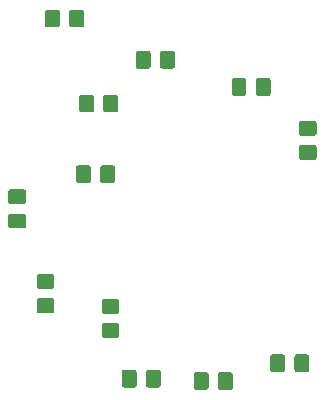
<source format=gts>
G04 #@! TF.GenerationSoftware,KiCad,Pcbnew,(5.1.5)-3*
G04 #@! TF.CreationDate,2020-05-11T16:08:06-04:00*
G04 #@! TF.ProjectId,charlieplex,63686172-6c69-4657-906c-65782e6b6963,rev?*
G04 #@! TF.SameCoordinates,Original*
G04 #@! TF.FileFunction,Soldermask,Top*
G04 #@! TF.FilePolarity,Negative*
%FSLAX46Y46*%
G04 Gerber Fmt 4.6, Leading zero omitted, Abs format (unit mm)*
G04 Created by KiCad (PCBNEW (5.1.5)-3) date 2020-05-11 16:08:06*
%MOMM*%
%LPD*%
G04 APERTURE LIST*
%ADD10C,0.100000*%
G04 APERTURE END LIST*
D10*
G36*
X194088674Y-126253465D02*
G01*
X194126367Y-126264899D01*
X194161103Y-126283466D01*
X194191548Y-126308452D01*
X194216534Y-126338897D01*
X194235101Y-126373633D01*
X194246535Y-126411326D01*
X194251000Y-126456661D01*
X194251000Y-127543339D01*
X194246535Y-127588674D01*
X194235101Y-127626367D01*
X194216534Y-127661103D01*
X194191548Y-127691548D01*
X194161103Y-127716534D01*
X194126367Y-127735101D01*
X194088674Y-127746535D01*
X194043339Y-127751000D01*
X193206661Y-127751000D01*
X193161326Y-127746535D01*
X193123633Y-127735101D01*
X193088897Y-127716534D01*
X193058452Y-127691548D01*
X193033466Y-127661103D01*
X193014899Y-127626367D01*
X193003465Y-127588674D01*
X192999000Y-127543339D01*
X192999000Y-126456661D01*
X193003465Y-126411326D01*
X193014899Y-126373633D01*
X193033466Y-126338897D01*
X193058452Y-126308452D01*
X193088897Y-126283466D01*
X193123633Y-126264899D01*
X193161326Y-126253465D01*
X193206661Y-126249000D01*
X194043339Y-126249000D01*
X194088674Y-126253465D01*
G37*
G36*
X192038674Y-126253465D02*
G01*
X192076367Y-126264899D01*
X192111103Y-126283466D01*
X192141548Y-126308452D01*
X192166534Y-126338897D01*
X192185101Y-126373633D01*
X192196535Y-126411326D01*
X192201000Y-126456661D01*
X192201000Y-127543339D01*
X192196535Y-127588674D01*
X192185101Y-127626367D01*
X192166534Y-127661103D01*
X192141548Y-127691548D01*
X192111103Y-127716534D01*
X192076367Y-127735101D01*
X192038674Y-127746535D01*
X191993339Y-127751000D01*
X191156661Y-127751000D01*
X191111326Y-127746535D01*
X191073633Y-127735101D01*
X191038897Y-127716534D01*
X191008452Y-127691548D01*
X190983466Y-127661103D01*
X190964899Y-127626367D01*
X190953465Y-127588674D01*
X190949000Y-127543339D01*
X190949000Y-126456661D01*
X190953465Y-126411326D01*
X190964899Y-126373633D01*
X190983466Y-126338897D01*
X191008452Y-126308452D01*
X191038897Y-126283466D01*
X191073633Y-126264899D01*
X191111326Y-126253465D01*
X191156661Y-126249000D01*
X191993339Y-126249000D01*
X192038674Y-126253465D01*
G37*
G36*
X187988674Y-126053465D02*
G01*
X188026367Y-126064899D01*
X188061103Y-126083466D01*
X188091548Y-126108452D01*
X188116534Y-126138897D01*
X188135101Y-126173633D01*
X188146535Y-126211326D01*
X188151000Y-126256661D01*
X188151000Y-127343339D01*
X188146535Y-127388674D01*
X188135101Y-127426367D01*
X188116534Y-127461103D01*
X188091548Y-127491548D01*
X188061103Y-127516534D01*
X188026367Y-127535101D01*
X187988674Y-127546535D01*
X187943339Y-127551000D01*
X187106661Y-127551000D01*
X187061326Y-127546535D01*
X187023633Y-127535101D01*
X186988897Y-127516534D01*
X186958452Y-127491548D01*
X186933466Y-127461103D01*
X186914899Y-127426367D01*
X186903465Y-127388674D01*
X186899000Y-127343339D01*
X186899000Y-126256661D01*
X186903465Y-126211326D01*
X186914899Y-126173633D01*
X186933466Y-126138897D01*
X186958452Y-126108452D01*
X186988897Y-126083466D01*
X187023633Y-126064899D01*
X187061326Y-126053465D01*
X187106661Y-126049000D01*
X187943339Y-126049000D01*
X187988674Y-126053465D01*
G37*
G36*
X185938674Y-126053465D02*
G01*
X185976367Y-126064899D01*
X186011103Y-126083466D01*
X186041548Y-126108452D01*
X186066534Y-126138897D01*
X186085101Y-126173633D01*
X186096535Y-126211326D01*
X186101000Y-126256661D01*
X186101000Y-127343339D01*
X186096535Y-127388674D01*
X186085101Y-127426367D01*
X186066534Y-127461103D01*
X186041548Y-127491548D01*
X186011103Y-127516534D01*
X185976367Y-127535101D01*
X185938674Y-127546535D01*
X185893339Y-127551000D01*
X185056661Y-127551000D01*
X185011326Y-127546535D01*
X184973633Y-127535101D01*
X184938897Y-127516534D01*
X184908452Y-127491548D01*
X184883466Y-127461103D01*
X184864899Y-127426367D01*
X184853465Y-127388674D01*
X184849000Y-127343339D01*
X184849000Y-126256661D01*
X184853465Y-126211326D01*
X184864899Y-126173633D01*
X184883466Y-126138897D01*
X184908452Y-126108452D01*
X184938897Y-126083466D01*
X184973633Y-126064899D01*
X185011326Y-126053465D01*
X185056661Y-126049000D01*
X185893339Y-126049000D01*
X185938674Y-126053465D01*
G37*
G36*
X198513674Y-124753465D02*
G01*
X198551367Y-124764899D01*
X198586103Y-124783466D01*
X198616548Y-124808452D01*
X198641534Y-124838897D01*
X198660101Y-124873633D01*
X198671535Y-124911326D01*
X198676000Y-124956661D01*
X198676000Y-126043339D01*
X198671535Y-126088674D01*
X198660101Y-126126367D01*
X198641534Y-126161103D01*
X198616548Y-126191548D01*
X198586103Y-126216534D01*
X198551367Y-126235101D01*
X198513674Y-126246535D01*
X198468339Y-126251000D01*
X197631661Y-126251000D01*
X197586326Y-126246535D01*
X197548633Y-126235101D01*
X197513897Y-126216534D01*
X197483452Y-126191548D01*
X197458466Y-126161103D01*
X197439899Y-126126367D01*
X197428465Y-126088674D01*
X197424000Y-126043339D01*
X197424000Y-124956661D01*
X197428465Y-124911326D01*
X197439899Y-124873633D01*
X197458466Y-124838897D01*
X197483452Y-124808452D01*
X197513897Y-124783466D01*
X197548633Y-124764899D01*
X197586326Y-124753465D01*
X197631661Y-124749000D01*
X198468339Y-124749000D01*
X198513674Y-124753465D01*
G37*
G36*
X200563674Y-124753465D02*
G01*
X200601367Y-124764899D01*
X200636103Y-124783466D01*
X200666548Y-124808452D01*
X200691534Y-124838897D01*
X200710101Y-124873633D01*
X200721535Y-124911326D01*
X200726000Y-124956661D01*
X200726000Y-126043339D01*
X200721535Y-126088674D01*
X200710101Y-126126367D01*
X200691534Y-126161103D01*
X200666548Y-126191548D01*
X200636103Y-126216534D01*
X200601367Y-126235101D01*
X200563674Y-126246535D01*
X200518339Y-126251000D01*
X199681661Y-126251000D01*
X199636326Y-126246535D01*
X199598633Y-126235101D01*
X199563897Y-126216534D01*
X199533452Y-126191548D01*
X199508466Y-126161103D01*
X199489899Y-126126367D01*
X199478465Y-126088674D01*
X199474000Y-126043339D01*
X199474000Y-124956661D01*
X199478465Y-124911326D01*
X199489899Y-124873633D01*
X199508466Y-124838897D01*
X199533452Y-124808452D01*
X199563897Y-124783466D01*
X199598633Y-124764899D01*
X199636326Y-124753465D01*
X199681661Y-124749000D01*
X200518339Y-124749000D01*
X200563674Y-124753465D01*
G37*
G36*
X184488674Y-122103465D02*
G01*
X184526367Y-122114899D01*
X184561103Y-122133466D01*
X184591548Y-122158452D01*
X184616534Y-122188897D01*
X184635101Y-122223633D01*
X184646535Y-122261326D01*
X184651000Y-122306661D01*
X184651000Y-123143339D01*
X184646535Y-123188674D01*
X184635101Y-123226367D01*
X184616534Y-123261103D01*
X184591548Y-123291548D01*
X184561103Y-123316534D01*
X184526367Y-123335101D01*
X184488674Y-123346535D01*
X184443339Y-123351000D01*
X183356661Y-123351000D01*
X183311326Y-123346535D01*
X183273633Y-123335101D01*
X183238897Y-123316534D01*
X183208452Y-123291548D01*
X183183466Y-123261103D01*
X183164899Y-123226367D01*
X183153465Y-123188674D01*
X183149000Y-123143339D01*
X183149000Y-122306661D01*
X183153465Y-122261326D01*
X183164899Y-122223633D01*
X183183466Y-122188897D01*
X183208452Y-122158452D01*
X183238897Y-122133466D01*
X183273633Y-122114899D01*
X183311326Y-122103465D01*
X183356661Y-122099000D01*
X184443339Y-122099000D01*
X184488674Y-122103465D01*
G37*
G36*
X184488674Y-120053465D02*
G01*
X184526367Y-120064899D01*
X184561103Y-120083466D01*
X184591548Y-120108452D01*
X184616534Y-120138897D01*
X184635101Y-120173633D01*
X184646535Y-120211326D01*
X184651000Y-120256661D01*
X184651000Y-121093339D01*
X184646535Y-121138674D01*
X184635101Y-121176367D01*
X184616534Y-121211103D01*
X184591548Y-121241548D01*
X184561103Y-121266534D01*
X184526367Y-121285101D01*
X184488674Y-121296535D01*
X184443339Y-121301000D01*
X183356661Y-121301000D01*
X183311326Y-121296535D01*
X183273633Y-121285101D01*
X183238897Y-121266534D01*
X183208452Y-121241548D01*
X183183466Y-121211103D01*
X183164899Y-121176367D01*
X183153465Y-121138674D01*
X183149000Y-121093339D01*
X183149000Y-120256661D01*
X183153465Y-120211326D01*
X183164899Y-120173633D01*
X183183466Y-120138897D01*
X183208452Y-120108452D01*
X183238897Y-120083466D01*
X183273633Y-120064899D01*
X183311326Y-120053465D01*
X183356661Y-120049000D01*
X184443339Y-120049000D01*
X184488674Y-120053465D01*
G37*
G36*
X178988674Y-120003465D02*
G01*
X179026367Y-120014899D01*
X179061103Y-120033466D01*
X179091548Y-120058452D01*
X179116534Y-120088897D01*
X179135101Y-120123633D01*
X179146535Y-120161326D01*
X179151000Y-120206661D01*
X179151000Y-121043339D01*
X179146535Y-121088674D01*
X179135101Y-121126367D01*
X179116534Y-121161103D01*
X179091548Y-121191548D01*
X179061103Y-121216534D01*
X179026367Y-121235101D01*
X178988674Y-121246535D01*
X178943339Y-121251000D01*
X177856661Y-121251000D01*
X177811326Y-121246535D01*
X177773633Y-121235101D01*
X177738897Y-121216534D01*
X177708452Y-121191548D01*
X177683466Y-121161103D01*
X177664899Y-121126367D01*
X177653465Y-121088674D01*
X177649000Y-121043339D01*
X177649000Y-120206661D01*
X177653465Y-120161326D01*
X177664899Y-120123633D01*
X177683466Y-120088897D01*
X177708452Y-120058452D01*
X177738897Y-120033466D01*
X177773633Y-120014899D01*
X177811326Y-120003465D01*
X177856661Y-119999000D01*
X178943339Y-119999000D01*
X178988674Y-120003465D01*
G37*
G36*
X178988674Y-117953465D02*
G01*
X179026367Y-117964899D01*
X179061103Y-117983466D01*
X179091548Y-118008452D01*
X179116534Y-118038897D01*
X179135101Y-118073633D01*
X179146535Y-118111326D01*
X179151000Y-118156661D01*
X179151000Y-118993339D01*
X179146535Y-119038674D01*
X179135101Y-119076367D01*
X179116534Y-119111103D01*
X179091548Y-119141548D01*
X179061103Y-119166534D01*
X179026367Y-119185101D01*
X178988674Y-119196535D01*
X178943339Y-119201000D01*
X177856661Y-119201000D01*
X177811326Y-119196535D01*
X177773633Y-119185101D01*
X177738897Y-119166534D01*
X177708452Y-119141548D01*
X177683466Y-119111103D01*
X177664899Y-119076367D01*
X177653465Y-119038674D01*
X177649000Y-118993339D01*
X177649000Y-118156661D01*
X177653465Y-118111326D01*
X177664899Y-118073633D01*
X177683466Y-118038897D01*
X177708452Y-118008452D01*
X177738897Y-117983466D01*
X177773633Y-117964899D01*
X177811326Y-117953465D01*
X177856661Y-117949000D01*
X178943339Y-117949000D01*
X178988674Y-117953465D01*
G37*
G36*
X176588674Y-112828465D02*
G01*
X176626367Y-112839899D01*
X176661103Y-112858466D01*
X176691548Y-112883452D01*
X176716534Y-112913897D01*
X176735101Y-112948633D01*
X176746535Y-112986326D01*
X176751000Y-113031661D01*
X176751000Y-113868339D01*
X176746535Y-113913674D01*
X176735101Y-113951367D01*
X176716534Y-113986103D01*
X176691548Y-114016548D01*
X176661103Y-114041534D01*
X176626367Y-114060101D01*
X176588674Y-114071535D01*
X176543339Y-114076000D01*
X175456661Y-114076000D01*
X175411326Y-114071535D01*
X175373633Y-114060101D01*
X175338897Y-114041534D01*
X175308452Y-114016548D01*
X175283466Y-113986103D01*
X175264899Y-113951367D01*
X175253465Y-113913674D01*
X175249000Y-113868339D01*
X175249000Y-113031661D01*
X175253465Y-112986326D01*
X175264899Y-112948633D01*
X175283466Y-112913897D01*
X175308452Y-112883452D01*
X175338897Y-112858466D01*
X175373633Y-112839899D01*
X175411326Y-112828465D01*
X175456661Y-112824000D01*
X176543339Y-112824000D01*
X176588674Y-112828465D01*
G37*
G36*
X176588674Y-110778465D02*
G01*
X176626367Y-110789899D01*
X176661103Y-110808466D01*
X176691548Y-110833452D01*
X176716534Y-110863897D01*
X176735101Y-110898633D01*
X176746535Y-110936326D01*
X176751000Y-110981661D01*
X176751000Y-111818339D01*
X176746535Y-111863674D01*
X176735101Y-111901367D01*
X176716534Y-111936103D01*
X176691548Y-111966548D01*
X176661103Y-111991534D01*
X176626367Y-112010101D01*
X176588674Y-112021535D01*
X176543339Y-112026000D01*
X175456661Y-112026000D01*
X175411326Y-112021535D01*
X175373633Y-112010101D01*
X175338897Y-111991534D01*
X175308452Y-111966548D01*
X175283466Y-111936103D01*
X175264899Y-111901367D01*
X175253465Y-111863674D01*
X175249000Y-111818339D01*
X175249000Y-110981661D01*
X175253465Y-110936326D01*
X175264899Y-110898633D01*
X175283466Y-110863897D01*
X175308452Y-110833452D01*
X175338897Y-110808466D01*
X175373633Y-110789899D01*
X175411326Y-110778465D01*
X175456661Y-110774000D01*
X176543339Y-110774000D01*
X176588674Y-110778465D01*
G37*
G36*
X182063674Y-108753465D02*
G01*
X182101367Y-108764899D01*
X182136103Y-108783466D01*
X182166548Y-108808452D01*
X182191534Y-108838897D01*
X182210101Y-108873633D01*
X182221535Y-108911326D01*
X182226000Y-108956661D01*
X182226000Y-110043339D01*
X182221535Y-110088674D01*
X182210101Y-110126367D01*
X182191534Y-110161103D01*
X182166548Y-110191548D01*
X182136103Y-110216534D01*
X182101367Y-110235101D01*
X182063674Y-110246535D01*
X182018339Y-110251000D01*
X181181661Y-110251000D01*
X181136326Y-110246535D01*
X181098633Y-110235101D01*
X181063897Y-110216534D01*
X181033452Y-110191548D01*
X181008466Y-110161103D01*
X180989899Y-110126367D01*
X180978465Y-110088674D01*
X180974000Y-110043339D01*
X180974000Y-108956661D01*
X180978465Y-108911326D01*
X180989899Y-108873633D01*
X181008466Y-108838897D01*
X181033452Y-108808452D01*
X181063897Y-108783466D01*
X181098633Y-108764899D01*
X181136326Y-108753465D01*
X181181661Y-108749000D01*
X182018339Y-108749000D01*
X182063674Y-108753465D01*
G37*
G36*
X184113674Y-108753465D02*
G01*
X184151367Y-108764899D01*
X184186103Y-108783466D01*
X184216548Y-108808452D01*
X184241534Y-108838897D01*
X184260101Y-108873633D01*
X184271535Y-108911326D01*
X184276000Y-108956661D01*
X184276000Y-110043339D01*
X184271535Y-110088674D01*
X184260101Y-110126367D01*
X184241534Y-110161103D01*
X184216548Y-110191548D01*
X184186103Y-110216534D01*
X184151367Y-110235101D01*
X184113674Y-110246535D01*
X184068339Y-110251000D01*
X183231661Y-110251000D01*
X183186326Y-110246535D01*
X183148633Y-110235101D01*
X183113897Y-110216534D01*
X183083452Y-110191548D01*
X183058466Y-110161103D01*
X183039899Y-110126367D01*
X183028465Y-110088674D01*
X183024000Y-110043339D01*
X183024000Y-108956661D01*
X183028465Y-108911326D01*
X183039899Y-108873633D01*
X183058466Y-108838897D01*
X183083452Y-108808452D01*
X183113897Y-108783466D01*
X183148633Y-108764899D01*
X183186326Y-108753465D01*
X183231661Y-108749000D01*
X184068339Y-108749000D01*
X184113674Y-108753465D01*
G37*
G36*
X201188674Y-107028465D02*
G01*
X201226367Y-107039899D01*
X201261103Y-107058466D01*
X201291548Y-107083452D01*
X201316534Y-107113897D01*
X201335101Y-107148633D01*
X201346535Y-107186326D01*
X201351000Y-107231661D01*
X201351000Y-108068339D01*
X201346535Y-108113674D01*
X201335101Y-108151367D01*
X201316534Y-108186103D01*
X201291548Y-108216548D01*
X201261103Y-108241534D01*
X201226367Y-108260101D01*
X201188674Y-108271535D01*
X201143339Y-108276000D01*
X200056661Y-108276000D01*
X200011326Y-108271535D01*
X199973633Y-108260101D01*
X199938897Y-108241534D01*
X199908452Y-108216548D01*
X199883466Y-108186103D01*
X199864899Y-108151367D01*
X199853465Y-108113674D01*
X199849000Y-108068339D01*
X199849000Y-107231661D01*
X199853465Y-107186326D01*
X199864899Y-107148633D01*
X199883466Y-107113897D01*
X199908452Y-107083452D01*
X199938897Y-107058466D01*
X199973633Y-107039899D01*
X200011326Y-107028465D01*
X200056661Y-107024000D01*
X201143339Y-107024000D01*
X201188674Y-107028465D01*
G37*
G36*
X201188674Y-104978465D02*
G01*
X201226367Y-104989899D01*
X201261103Y-105008466D01*
X201291548Y-105033452D01*
X201316534Y-105063897D01*
X201335101Y-105098633D01*
X201346535Y-105136326D01*
X201351000Y-105181661D01*
X201351000Y-106018339D01*
X201346535Y-106063674D01*
X201335101Y-106101367D01*
X201316534Y-106136103D01*
X201291548Y-106166548D01*
X201261103Y-106191534D01*
X201226367Y-106210101D01*
X201188674Y-106221535D01*
X201143339Y-106226000D01*
X200056661Y-106226000D01*
X200011326Y-106221535D01*
X199973633Y-106210101D01*
X199938897Y-106191534D01*
X199908452Y-106166548D01*
X199883466Y-106136103D01*
X199864899Y-106101367D01*
X199853465Y-106063674D01*
X199849000Y-106018339D01*
X199849000Y-105181661D01*
X199853465Y-105136326D01*
X199864899Y-105098633D01*
X199883466Y-105063897D01*
X199908452Y-105033452D01*
X199938897Y-105008466D01*
X199973633Y-104989899D01*
X200011326Y-104978465D01*
X200056661Y-104974000D01*
X201143339Y-104974000D01*
X201188674Y-104978465D01*
G37*
G36*
X184388674Y-102753465D02*
G01*
X184426367Y-102764899D01*
X184461103Y-102783466D01*
X184491548Y-102808452D01*
X184516534Y-102838897D01*
X184535101Y-102873633D01*
X184546535Y-102911326D01*
X184551000Y-102956661D01*
X184551000Y-104043339D01*
X184546535Y-104088674D01*
X184535101Y-104126367D01*
X184516534Y-104161103D01*
X184491548Y-104191548D01*
X184461103Y-104216534D01*
X184426367Y-104235101D01*
X184388674Y-104246535D01*
X184343339Y-104251000D01*
X183506661Y-104251000D01*
X183461326Y-104246535D01*
X183423633Y-104235101D01*
X183388897Y-104216534D01*
X183358452Y-104191548D01*
X183333466Y-104161103D01*
X183314899Y-104126367D01*
X183303465Y-104088674D01*
X183299000Y-104043339D01*
X183299000Y-102956661D01*
X183303465Y-102911326D01*
X183314899Y-102873633D01*
X183333466Y-102838897D01*
X183358452Y-102808452D01*
X183388897Y-102783466D01*
X183423633Y-102764899D01*
X183461326Y-102753465D01*
X183506661Y-102749000D01*
X184343339Y-102749000D01*
X184388674Y-102753465D01*
G37*
G36*
X182338674Y-102753465D02*
G01*
X182376367Y-102764899D01*
X182411103Y-102783466D01*
X182441548Y-102808452D01*
X182466534Y-102838897D01*
X182485101Y-102873633D01*
X182496535Y-102911326D01*
X182501000Y-102956661D01*
X182501000Y-104043339D01*
X182496535Y-104088674D01*
X182485101Y-104126367D01*
X182466534Y-104161103D01*
X182441548Y-104191548D01*
X182411103Y-104216534D01*
X182376367Y-104235101D01*
X182338674Y-104246535D01*
X182293339Y-104251000D01*
X181456661Y-104251000D01*
X181411326Y-104246535D01*
X181373633Y-104235101D01*
X181338897Y-104216534D01*
X181308452Y-104191548D01*
X181283466Y-104161103D01*
X181264899Y-104126367D01*
X181253465Y-104088674D01*
X181249000Y-104043339D01*
X181249000Y-102956661D01*
X181253465Y-102911326D01*
X181264899Y-102873633D01*
X181283466Y-102838897D01*
X181308452Y-102808452D01*
X181338897Y-102783466D01*
X181373633Y-102764899D01*
X181411326Y-102753465D01*
X181456661Y-102749000D01*
X182293339Y-102749000D01*
X182338674Y-102753465D01*
G37*
G36*
X197288674Y-101353465D02*
G01*
X197326367Y-101364899D01*
X197361103Y-101383466D01*
X197391548Y-101408452D01*
X197416534Y-101438897D01*
X197435101Y-101473633D01*
X197446535Y-101511326D01*
X197451000Y-101556661D01*
X197451000Y-102643339D01*
X197446535Y-102688674D01*
X197435101Y-102726367D01*
X197416534Y-102761103D01*
X197391548Y-102791548D01*
X197361103Y-102816534D01*
X197326367Y-102835101D01*
X197288674Y-102846535D01*
X197243339Y-102851000D01*
X196406661Y-102851000D01*
X196361326Y-102846535D01*
X196323633Y-102835101D01*
X196288897Y-102816534D01*
X196258452Y-102791548D01*
X196233466Y-102761103D01*
X196214899Y-102726367D01*
X196203465Y-102688674D01*
X196199000Y-102643339D01*
X196199000Y-101556661D01*
X196203465Y-101511326D01*
X196214899Y-101473633D01*
X196233466Y-101438897D01*
X196258452Y-101408452D01*
X196288897Y-101383466D01*
X196323633Y-101364899D01*
X196361326Y-101353465D01*
X196406661Y-101349000D01*
X197243339Y-101349000D01*
X197288674Y-101353465D01*
G37*
G36*
X195238674Y-101353465D02*
G01*
X195276367Y-101364899D01*
X195311103Y-101383466D01*
X195341548Y-101408452D01*
X195366534Y-101438897D01*
X195385101Y-101473633D01*
X195396535Y-101511326D01*
X195401000Y-101556661D01*
X195401000Y-102643339D01*
X195396535Y-102688674D01*
X195385101Y-102726367D01*
X195366534Y-102761103D01*
X195341548Y-102791548D01*
X195311103Y-102816534D01*
X195276367Y-102835101D01*
X195238674Y-102846535D01*
X195193339Y-102851000D01*
X194356661Y-102851000D01*
X194311326Y-102846535D01*
X194273633Y-102835101D01*
X194238897Y-102816534D01*
X194208452Y-102791548D01*
X194183466Y-102761103D01*
X194164899Y-102726367D01*
X194153465Y-102688674D01*
X194149000Y-102643339D01*
X194149000Y-101556661D01*
X194153465Y-101511326D01*
X194164899Y-101473633D01*
X194183466Y-101438897D01*
X194208452Y-101408452D01*
X194238897Y-101383466D01*
X194273633Y-101364899D01*
X194311326Y-101353465D01*
X194356661Y-101349000D01*
X195193339Y-101349000D01*
X195238674Y-101353465D01*
G37*
G36*
X189188674Y-99053465D02*
G01*
X189226367Y-99064899D01*
X189261103Y-99083466D01*
X189291548Y-99108452D01*
X189316534Y-99138897D01*
X189335101Y-99173633D01*
X189346535Y-99211326D01*
X189351000Y-99256661D01*
X189351000Y-100343339D01*
X189346535Y-100388674D01*
X189335101Y-100426367D01*
X189316534Y-100461103D01*
X189291548Y-100491548D01*
X189261103Y-100516534D01*
X189226367Y-100535101D01*
X189188674Y-100546535D01*
X189143339Y-100551000D01*
X188306661Y-100551000D01*
X188261326Y-100546535D01*
X188223633Y-100535101D01*
X188188897Y-100516534D01*
X188158452Y-100491548D01*
X188133466Y-100461103D01*
X188114899Y-100426367D01*
X188103465Y-100388674D01*
X188099000Y-100343339D01*
X188099000Y-99256661D01*
X188103465Y-99211326D01*
X188114899Y-99173633D01*
X188133466Y-99138897D01*
X188158452Y-99108452D01*
X188188897Y-99083466D01*
X188223633Y-99064899D01*
X188261326Y-99053465D01*
X188306661Y-99049000D01*
X189143339Y-99049000D01*
X189188674Y-99053465D01*
G37*
G36*
X187138674Y-99053465D02*
G01*
X187176367Y-99064899D01*
X187211103Y-99083466D01*
X187241548Y-99108452D01*
X187266534Y-99138897D01*
X187285101Y-99173633D01*
X187296535Y-99211326D01*
X187301000Y-99256661D01*
X187301000Y-100343339D01*
X187296535Y-100388674D01*
X187285101Y-100426367D01*
X187266534Y-100461103D01*
X187241548Y-100491548D01*
X187211103Y-100516534D01*
X187176367Y-100535101D01*
X187138674Y-100546535D01*
X187093339Y-100551000D01*
X186256661Y-100551000D01*
X186211326Y-100546535D01*
X186173633Y-100535101D01*
X186138897Y-100516534D01*
X186108452Y-100491548D01*
X186083466Y-100461103D01*
X186064899Y-100426367D01*
X186053465Y-100388674D01*
X186049000Y-100343339D01*
X186049000Y-99256661D01*
X186053465Y-99211326D01*
X186064899Y-99173633D01*
X186083466Y-99138897D01*
X186108452Y-99108452D01*
X186138897Y-99083466D01*
X186173633Y-99064899D01*
X186211326Y-99053465D01*
X186256661Y-99049000D01*
X187093339Y-99049000D01*
X187138674Y-99053465D01*
G37*
G36*
X179438674Y-95553465D02*
G01*
X179476367Y-95564899D01*
X179511103Y-95583466D01*
X179541548Y-95608452D01*
X179566534Y-95638897D01*
X179585101Y-95673633D01*
X179596535Y-95711326D01*
X179601000Y-95756661D01*
X179601000Y-96843339D01*
X179596535Y-96888674D01*
X179585101Y-96926367D01*
X179566534Y-96961103D01*
X179541548Y-96991548D01*
X179511103Y-97016534D01*
X179476367Y-97035101D01*
X179438674Y-97046535D01*
X179393339Y-97051000D01*
X178556661Y-97051000D01*
X178511326Y-97046535D01*
X178473633Y-97035101D01*
X178438897Y-97016534D01*
X178408452Y-96991548D01*
X178383466Y-96961103D01*
X178364899Y-96926367D01*
X178353465Y-96888674D01*
X178349000Y-96843339D01*
X178349000Y-95756661D01*
X178353465Y-95711326D01*
X178364899Y-95673633D01*
X178383466Y-95638897D01*
X178408452Y-95608452D01*
X178438897Y-95583466D01*
X178473633Y-95564899D01*
X178511326Y-95553465D01*
X178556661Y-95549000D01*
X179393339Y-95549000D01*
X179438674Y-95553465D01*
G37*
G36*
X181488674Y-95553465D02*
G01*
X181526367Y-95564899D01*
X181561103Y-95583466D01*
X181591548Y-95608452D01*
X181616534Y-95638897D01*
X181635101Y-95673633D01*
X181646535Y-95711326D01*
X181651000Y-95756661D01*
X181651000Y-96843339D01*
X181646535Y-96888674D01*
X181635101Y-96926367D01*
X181616534Y-96961103D01*
X181591548Y-96991548D01*
X181561103Y-97016534D01*
X181526367Y-97035101D01*
X181488674Y-97046535D01*
X181443339Y-97051000D01*
X180606661Y-97051000D01*
X180561326Y-97046535D01*
X180523633Y-97035101D01*
X180488897Y-97016534D01*
X180458452Y-96991548D01*
X180433466Y-96961103D01*
X180414899Y-96926367D01*
X180403465Y-96888674D01*
X180399000Y-96843339D01*
X180399000Y-95756661D01*
X180403465Y-95711326D01*
X180414899Y-95673633D01*
X180433466Y-95638897D01*
X180458452Y-95608452D01*
X180488897Y-95583466D01*
X180523633Y-95564899D01*
X180561326Y-95553465D01*
X180606661Y-95549000D01*
X181443339Y-95549000D01*
X181488674Y-95553465D01*
G37*
M02*

</source>
